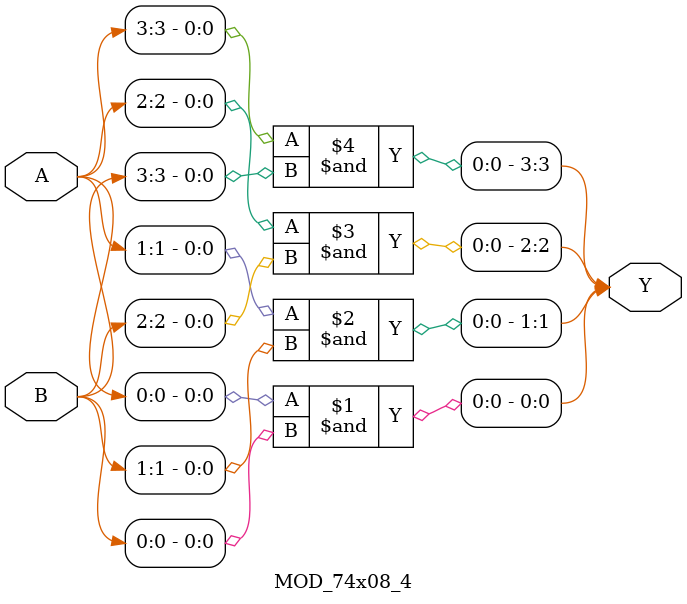
<source format=v>
module MOD_74x08_4 (
    input [0:3] A,
    input [0:3] B,
    output [0:3] Y);

assign Y[0] = A[0] & B[0];
assign Y[1] = A[1] & B[1];
assign Y[2] = A[2] & B[2];
assign Y[3] = A[3] & B[3];

endmodule
</source>
